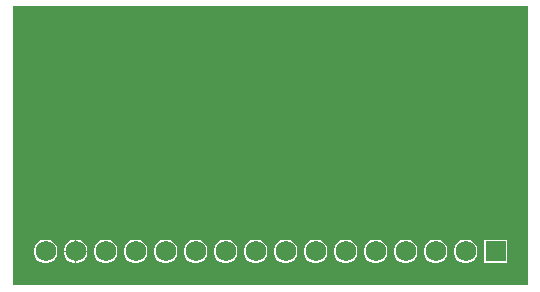
<source format=gbl>
G04*
G04 #@! TF.GenerationSoftware,Altium Limited,Altium Designer,24.5.2 (23)*
G04*
G04 Layer_Physical_Order=2*
G04 Layer_Color=16711680*
%FSLAX25Y25*%
%MOIN*%
G70*
G04*
G04 #@! TF.SameCoordinates,5C079938-AE71-4423-91A6-8BC99326BB2F*
G04*
G04*
G04 #@! TF.FilePolarity,Positive*
G04*
G01*
G75*
%ADD18R,0.06890X0.06890*%
%ADD19C,0.06890*%
G36*
X172426Y803D02*
X803D01*
Y93685D01*
X172426D01*
Y803D01*
D02*
G37*
%LPC*%
G36*
X22248Y15933D02*
X21978D01*
Y12238D01*
X25673D01*
Y12507D01*
X25404Y13511D01*
X24885Y14410D01*
X24151Y15145D01*
X23251Y15664D01*
X22248Y15933D01*
D02*
G37*
G36*
X21478D02*
X21209D01*
X20206Y15664D01*
X19306Y15145D01*
X18572Y14410D01*
X18052Y13511D01*
X17784Y12507D01*
Y12238D01*
X21478D01*
Y15933D01*
D02*
G37*
G36*
X165673D02*
X157783D01*
Y8043D01*
X165673D01*
Y15933D01*
D02*
G37*
G36*
X152248D02*
X151209D01*
X150206Y15664D01*
X149306Y15145D01*
X148572Y14410D01*
X148052Y13511D01*
X147784Y12507D01*
Y11469D01*
X148052Y10465D01*
X148572Y9566D01*
X149306Y8832D01*
X150206Y8312D01*
X151209Y8043D01*
X152248D01*
X153251Y8312D01*
X154151Y8832D01*
X154885Y9566D01*
X155404Y10465D01*
X155673Y11469D01*
Y12507D01*
X155404Y13511D01*
X154885Y14410D01*
X154151Y15145D01*
X153251Y15664D01*
X152248Y15933D01*
D02*
G37*
G36*
X142248D02*
X141209D01*
X140206Y15664D01*
X139306Y15145D01*
X138572Y14410D01*
X138052Y13511D01*
X137784Y12507D01*
Y11469D01*
X138052Y10465D01*
X138572Y9566D01*
X139306Y8832D01*
X140206Y8312D01*
X141209Y8043D01*
X142248D01*
X143251Y8312D01*
X144151Y8832D01*
X144885Y9566D01*
X145404Y10465D01*
X145673Y11469D01*
Y12507D01*
X145404Y13511D01*
X144885Y14410D01*
X144151Y15145D01*
X143251Y15664D01*
X142248Y15933D01*
D02*
G37*
G36*
X132248D02*
X131209D01*
X130206Y15664D01*
X129306Y15145D01*
X128572Y14410D01*
X128052Y13511D01*
X127784Y12507D01*
Y11469D01*
X128052Y10465D01*
X128572Y9566D01*
X129306Y8832D01*
X130206Y8312D01*
X131209Y8043D01*
X132248D01*
X133251Y8312D01*
X134151Y8832D01*
X134885Y9566D01*
X135404Y10465D01*
X135673Y11469D01*
Y12507D01*
X135404Y13511D01*
X134885Y14410D01*
X134151Y15145D01*
X133251Y15664D01*
X132248Y15933D01*
D02*
G37*
G36*
X122248D02*
X121209D01*
X120206Y15664D01*
X119306Y15145D01*
X118572Y14410D01*
X118052Y13511D01*
X117783Y12507D01*
Y11469D01*
X118052Y10465D01*
X118572Y9566D01*
X119306Y8832D01*
X120206Y8312D01*
X121209Y8043D01*
X122248D01*
X123251Y8312D01*
X124151Y8832D01*
X124885Y9566D01*
X125404Y10465D01*
X125673Y11469D01*
Y12507D01*
X125404Y13511D01*
X124885Y14410D01*
X124151Y15145D01*
X123251Y15664D01*
X122248Y15933D01*
D02*
G37*
G36*
X112248D02*
X111209D01*
X110206Y15664D01*
X109306Y15145D01*
X108572Y14410D01*
X108052Y13511D01*
X107783Y12507D01*
Y11469D01*
X108052Y10465D01*
X108572Y9566D01*
X109306Y8832D01*
X110206Y8312D01*
X111209Y8043D01*
X112248D01*
X113251Y8312D01*
X114151Y8832D01*
X114885Y9566D01*
X115404Y10465D01*
X115673Y11469D01*
Y12507D01*
X115404Y13511D01*
X114885Y14410D01*
X114151Y15145D01*
X113251Y15664D01*
X112248Y15933D01*
D02*
G37*
G36*
X102248D02*
X101209D01*
X100206Y15664D01*
X99306Y15145D01*
X98572Y14410D01*
X98052Y13511D01*
X97783Y12507D01*
Y11469D01*
X98052Y10465D01*
X98572Y9566D01*
X99306Y8832D01*
X100206Y8312D01*
X101209Y8043D01*
X102248D01*
X103251Y8312D01*
X104151Y8832D01*
X104885Y9566D01*
X105404Y10465D01*
X105673Y11469D01*
Y12507D01*
X105404Y13511D01*
X104885Y14410D01*
X104151Y15145D01*
X103251Y15664D01*
X102248Y15933D01*
D02*
G37*
G36*
X92248D02*
X91209D01*
X90206Y15664D01*
X89306Y15145D01*
X88572Y14410D01*
X88052Y13511D01*
X87783Y12507D01*
Y11469D01*
X88052Y10465D01*
X88572Y9566D01*
X89306Y8832D01*
X90206Y8312D01*
X91209Y8043D01*
X92248D01*
X93251Y8312D01*
X94151Y8832D01*
X94885Y9566D01*
X95404Y10465D01*
X95673Y11469D01*
Y12507D01*
X95404Y13511D01*
X94885Y14410D01*
X94151Y15145D01*
X93251Y15664D01*
X92248Y15933D01*
D02*
G37*
G36*
X82248D02*
X81209D01*
X80206Y15664D01*
X79306Y15145D01*
X78572Y14410D01*
X78052Y13511D01*
X77784Y12507D01*
Y11469D01*
X78052Y10465D01*
X78572Y9566D01*
X79306Y8832D01*
X80206Y8312D01*
X81209Y8043D01*
X82248D01*
X83251Y8312D01*
X84151Y8832D01*
X84885Y9566D01*
X85404Y10465D01*
X85673Y11469D01*
Y12507D01*
X85404Y13511D01*
X84885Y14410D01*
X84151Y15145D01*
X83251Y15664D01*
X82248Y15933D01*
D02*
G37*
G36*
X72248D02*
X71209D01*
X70206Y15664D01*
X69306Y15145D01*
X68572Y14410D01*
X68052Y13511D01*
X67783Y12507D01*
Y11469D01*
X68052Y10465D01*
X68572Y9566D01*
X69306Y8832D01*
X70206Y8312D01*
X71209Y8043D01*
X72248D01*
X73251Y8312D01*
X74151Y8832D01*
X74885Y9566D01*
X75404Y10465D01*
X75673Y11469D01*
Y12507D01*
X75404Y13511D01*
X74885Y14410D01*
X74151Y15145D01*
X73251Y15664D01*
X72248Y15933D01*
D02*
G37*
G36*
X62248D02*
X61209D01*
X60206Y15664D01*
X59306Y15145D01*
X58572Y14410D01*
X58052Y13511D01*
X57784Y12507D01*
Y11469D01*
X58052Y10465D01*
X58572Y9566D01*
X59306Y8832D01*
X60206Y8312D01*
X61209Y8043D01*
X62248D01*
X63251Y8312D01*
X64151Y8832D01*
X64885Y9566D01*
X65404Y10465D01*
X65673Y11469D01*
Y12507D01*
X65404Y13511D01*
X64885Y14410D01*
X64151Y15145D01*
X63251Y15664D01*
X62248Y15933D01*
D02*
G37*
G36*
X52248D02*
X51209D01*
X50206Y15664D01*
X49306Y15145D01*
X48572Y14410D01*
X48052Y13511D01*
X47783Y12507D01*
Y11469D01*
X48052Y10465D01*
X48572Y9566D01*
X49306Y8832D01*
X50206Y8312D01*
X51209Y8043D01*
X52248D01*
X53251Y8312D01*
X54151Y8832D01*
X54885Y9566D01*
X55404Y10465D01*
X55673Y11469D01*
Y12507D01*
X55404Y13511D01*
X54885Y14410D01*
X54151Y15145D01*
X53251Y15664D01*
X52248Y15933D01*
D02*
G37*
G36*
X42248D02*
X41209D01*
X40206Y15664D01*
X39306Y15145D01*
X38572Y14410D01*
X38052Y13511D01*
X37784Y12507D01*
Y11469D01*
X38052Y10465D01*
X38572Y9566D01*
X39306Y8832D01*
X40206Y8312D01*
X41209Y8043D01*
X42248D01*
X43251Y8312D01*
X44151Y8832D01*
X44885Y9566D01*
X45404Y10465D01*
X45673Y11469D01*
Y12507D01*
X45404Y13511D01*
X44885Y14410D01*
X44151Y15145D01*
X43251Y15664D01*
X42248Y15933D01*
D02*
G37*
G36*
X32248D02*
X31209D01*
X30206Y15664D01*
X29306Y15145D01*
X28572Y14410D01*
X28052Y13511D01*
X27784Y12507D01*
Y11469D01*
X28052Y10465D01*
X28572Y9566D01*
X29306Y8832D01*
X30206Y8312D01*
X31209Y8043D01*
X32248D01*
X33251Y8312D01*
X34151Y8832D01*
X34885Y9566D01*
X35404Y10465D01*
X35673Y11469D01*
Y12507D01*
X35404Y13511D01*
X34885Y14410D01*
X34151Y15145D01*
X33251Y15664D01*
X32248Y15933D01*
D02*
G37*
G36*
X25673Y11738D02*
X21978D01*
Y8043D01*
X22248D01*
X23251Y8312D01*
X24151Y8832D01*
X24885Y9566D01*
X25404Y10465D01*
X25673Y11469D01*
Y11738D01*
D02*
G37*
G36*
X21478D02*
X17784D01*
Y11469D01*
X18052Y10465D01*
X18572Y9566D01*
X19306Y8832D01*
X20206Y8312D01*
X21209Y8043D01*
X21478D01*
Y11738D01*
D02*
G37*
G36*
X12248Y15933D02*
X11209D01*
X10206Y15664D01*
X9306Y15145D01*
X8572Y14410D01*
X8052Y13511D01*
X7784Y12507D01*
Y11469D01*
X8052Y10465D01*
X8572Y9566D01*
X9306Y8832D01*
X10206Y8312D01*
X11209Y8043D01*
X12248D01*
X13251Y8312D01*
X14151Y8832D01*
X14885Y9566D01*
X15404Y10465D01*
X15673Y11469D01*
Y12507D01*
X15404Y13511D01*
X14885Y14410D01*
X14151Y15145D01*
X13251Y15664D01*
X12248Y15933D01*
D02*
G37*
%LPD*%
D18*
X161728Y11988D02*
D03*
D19*
X151728D02*
D03*
X141728D02*
D03*
X131728D02*
D03*
X121728D02*
D03*
X111728D02*
D03*
X101728D02*
D03*
X91728D02*
D03*
X81728D02*
D03*
X71728D02*
D03*
X61728D02*
D03*
X51728D02*
D03*
X41728D02*
D03*
X31728D02*
D03*
X21728D02*
D03*
X11728D02*
D03*
M02*

</source>
